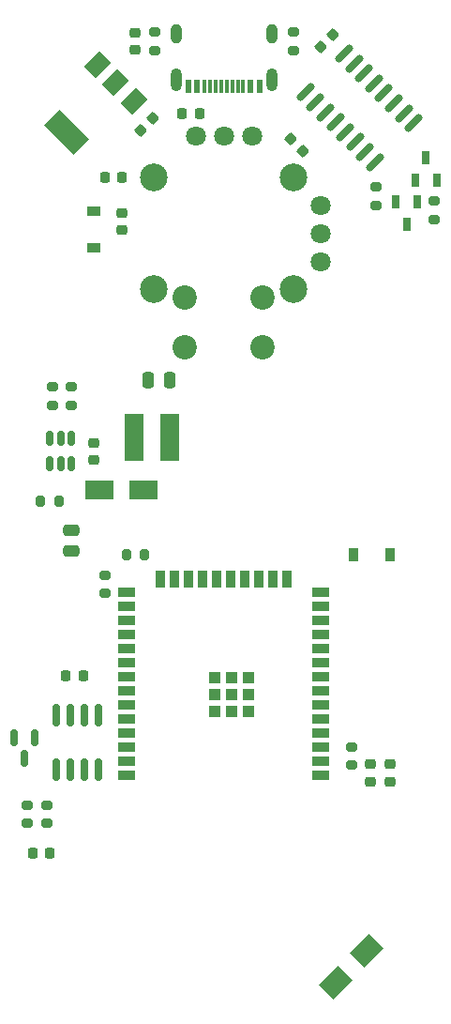
<source format=gbr>
%TF.GenerationSoftware,KiCad,Pcbnew,(6.0.8)*%
%TF.CreationDate,2022-10-07T16:11:38+02:00*%
%TF.ProjectId,bobbycar-emergency-hardware,626f6262-7963-4617-922d-656d65726765,rev?*%
%TF.SameCoordinates,Original*%
%TF.FileFunction,Paste,Top*%
%TF.FilePolarity,Positive*%
%FSLAX46Y46*%
G04 Gerber Fmt 4.6, Leading zero omitted, Abs format (unit mm)*
G04 Created by KiCad (PCBNEW (6.0.8)) date 2022-10-07 16:11:38*
%MOMM*%
%LPD*%
G01*
G04 APERTURE LIST*
G04 Aperture macros list*
%AMRoundRect*
0 Rectangle with rounded corners*
0 $1 Rounding radius*
0 $2 $3 $4 $5 $6 $7 $8 $9 X,Y pos of 4 corners*
0 Add a 4 corners polygon primitive as box body*
4,1,4,$2,$3,$4,$5,$6,$7,$8,$9,$2,$3,0*
0 Add four circle primitives for the rounded corners*
1,1,$1+$1,$2,$3*
1,1,$1+$1,$4,$5*
1,1,$1+$1,$6,$7*
1,1,$1+$1,$8,$9*
0 Add four rect primitives between the rounded corners*
20,1,$1+$1,$2,$3,$4,$5,0*
20,1,$1+$1,$4,$5,$6,$7,0*
20,1,$1+$1,$6,$7,$8,$9,0*
20,1,$1+$1,$8,$9,$2,$3,0*%
%AMRotRect*
0 Rectangle, with rotation*
0 The origin of the aperture is its center*
0 $1 length*
0 $2 width*
0 $3 Rotation angle, in degrees counterclockwise*
0 Add horizontal line*
21,1,$1,$2,0,0,$3*%
G04 Aperture macros list end*
%ADD10RoundRect,0.225000X-0.250000X0.225000X-0.250000X-0.225000X0.250000X-0.225000X0.250000X0.225000X0*%
%ADD11RoundRect,0.225000X0.250000X-0.225000X0.250000X0.225000X-0.250000X0.225000X-0.250000X-0.225000X0*%
%ADD12RoundRect,0.200000X0.275000X-0.200000X0.275000X0.200000X-0.275000X0.200000X-0.275000X-0.200000X0*%
%ADD13R,0.700000X1.250000*%
%ADD14RoundRect,0.250000X0.475000X-0.250000X0.475000X0.250000X-0.475000X0.250000X-0.475000X-0.250000X0*%
%ADD15RoundRect,0.150000X-0.150000X0.587500X-0.150000X-0.587500X0.150000X-0.587500X0.150000X0.587500X0*%
%ADD16RoundRect,0.200000X-0.275000X0.200000X-0.275000X-0.200000X0.275000X-0.200000X0.275000X0.200000X0*%
%ADD17RoundRect,0.150000X-0.150000X0.825000X-0.150000X-0.825000X0.150000X-0.825000X0.150000X0.825000X0*%
%ADD18RoundRect,0.200000X-0.200000X-0.275000X0.200000X-0.275000X0.200000X0.275000X-0.200000X0.275000X0*%
%ADD19R,1.200000X0.900000*%
%ADD20R,1.800000X4.200000*%
%ADD21RoundRect,0.225000X-0.335876X-0.017678X-0.017678X-0.335876X0.335876X0.017678X0.017678X0.335876X0*%
%ADD22RoundRect,0.225000X-0.225000X-0.250000X0.225000X-0.250000X0.225000X0.250000X-0.225000X0.250000X0*%
%ADD23C,1.800000*%
%ADD24C,2.500000*%
%ADD25C,2.200000*%
%ADD26R,0.900000X1.200000*%
%ADD27RoundRect,0.200000X0.200000X0.275000X-0.200000X0.275000X-0.200000X-0.275000X0.200000X-0.275000X0*%
%ADD28O,1.000000X2.100000*%
%ADD29O,1.000000X1.800000*%
%ADD30R,0.600000X1.150000*%
%ADD31R,0.300000X1.150000*%
%ADD32RoundRect,0.150000X-0.150000X0.512500X-0.150000X-0.512500X0.150000X-0.512500X0.150000X0.512500X0*%
%ADD33RoundRect,0.150000X-0.477297X-0.689429X0.689429X0.477297X0.477297X0.689429X-0.689429X-0.477297X0*%
%ADD34RotRect,2.000000X1.500000X225.000000*%
%ADD35RotRect,2.000000X3.800000X225.000000*%
%ADD36RoundRect,0.225000X-0.017678X0.335876X-0.335876X0.017678X0.017678X-0.335876X0.335876X-0.017678X0*%
%ADD37RoundRect,0.225000X0.017678X-0.335876X0.335876X-0.017678X-0.017678X0.335876X-0.335876X0.017678X0*%
%ADD38RoundRect,0.250000X-0.250000X-0.475000X0.250000X-0.475000X0.250000X0.475000X-0.250000X0.475000X0*%
%ADD39R,2.500000X1.800000*%
%ADD40RotRect,2.500000X1.800000X225.000000*%
%ADD41R,1.500000X0.900000*%
%ADD42R,0.900000X1.500000*%
%ADD43R,1.050000X1.050000*%
G04 APERTURE END LIST*
D10*
%TO.C,C6*%
X2000000Y88775000D03*
X2000000Y87225000D03*
%TD*%
D11*
%TO.C,C3*%
X23250000Y21225000D03*
X23250000Y22775000D03*
%TD*%
D12*
%TO.C,R4*%
X-7750000Y17425000D03*
X-7750000Y19075000D03*
%TD*%
D13*
%TO.C,Q2*%
X27300000Y75500000D03*
X29200000Y75500000D03*
X28250000Y77500000D03*
%TD*%
D14*
%TO.C,C8*%
X-3810000Y41976000D03*
X-3810000Y43876000D03*
%TD*%
D15*
%TO.C,D2*%
X-7050000Y25187500D03*
X-8950000Y25187500D03*
X-8000000Y23312500D03*
%TD*%
D16*
%TO.C,R11*%
X29000000Y73575000D03*
X29000000Y71925000D03*
%TD*%
D17*
%TO.C,U1*%
X-1345000Y27225000D03*
X-2615000Y27225000D03*
X-3885000Y27225000D03*
X-5155000Y27225000D03*
X-5155000Y22275000D03*
X-3885000Y22275000D03*
X-2615000Y22275000D03*
X-1345000Y22275000D03*
%TD*%
D18*
%TO.C,R6*%
X-6575000Y46500000D03*
X-4925000Y46500000D03*
%TD*%
D10*
%TO.C,C11*%
X750000Y72525000D03*
X750000Y70975000D03*
%TD*%
D16*
%TO.C,R10*%
X3750000Y88825000D03*
X3750000Y87175000D03*
%TD*%
D19*
%TO.C,D3*%
X-1750000Y69350000D03*
X-1750000Y72650000D03*
%TD*%
D20*
%TO.C,L1*%
X1900000Y52250000D03*
X5100000Y52250000D03*
%TD*%
D12*
%TO.C,R8*%
X-5500000Y55175000D03*
X-5500000Y56825000D03*
%TD*%
D13*
%TO.C,Q1*%
X27450000Y73500000D03*
X25550000Y73500000D03*
X26500000Y71500000D03*
%TD*%
D21*
%TO.C,C14*%
X16051992Y79148008D03*
X17148008Y78051992D03*
%TD*%
D22*
%TO.C,C4*%
X-7275000Y14750000D03*
X-5725000Y14750000D03*
%TD*%
D23*
%TO.C,SW1*%
X18710000Y68132000D03*
X18710000Y70672000D03*
X18710000Y73212000D03*
X12520000Y79402000D03*
X9980000Y79402000D03*
X7440000Y79402000D03*
D24*
X3650000Y75672000D03*
X3650000Y65672000D03*
X16300000Y65672000D03*
X16300000Y75672000D03*
D25*
X6460000Y64882000D03*
X6460000Y60382000D03*
X13460000Y64882000D03*
X13460000Y60382000D03*
%TD*%
D26*
%TO.C,D4*%
X21718000Y41656000D03*
X25018000Y41656000D03*
%TD*%
D27*
%TO.C,R5*%
X2857000Y41656000D03*
X1207000Y41656000D03*
%TD*%
D28*
%TO.C,USBC1*%
X14320000Y84490000D03*
D29*
X14320000Y88670000D03*
X5680000Y88670000D03*
D28*
X5680000Y84490000D03*
D30*
X13200000Y83930000D03*
X12400000Y83930000D03*
D31*
X11250000Y83930000D03*
X10250000Y83930000D03*
X9750000Y83930000D03*
X8750000Y83930000D03*
D30*
X6800000Y83930000D03*
X7600000Y83930000D03*
D31*
X8250000Y83930000D03*
X9250000Y83930000D03*
X10750000Y83930000D03*
X11750000Y83930000D03*
%TD*%
D32*
%TO.C,U4*%
X-3800000Y52137500D03*
X-4750000Y52137500D03*
X-5700000Y52137500D03*
X-5700000Y49862500D03*
X-4750000Y49862500D03*
X-3800000Y49862500D03*
%TD*%
D12*
%TO.C,R7*%
X16250000Y87175000D03*
X16250000Y88825000D03*
%TD*%
%TO.C,R2*%
X-750000Y38175000D03*
X-750000Y39825000D03*
%TD*%
D33*
%TO.C,U5*%
X17356821Y83393000D03*
X18254847Y82494975D03*
X19152872Y81596949D03*
X20050898Y80698924D03*
X20948924Y79800898D03*
X21846949Y78902872D03*
X22744975Y78004847D03*
X23643000Y77106821D03*
X27143179Y80607000D03*
X26245153Y81505025D03*
X25347128Y82403051D03*
X24449102Y83301076D03*
X23551076Y84199102D03*
X22653051Y85097128D03*
X21755025Y85995153D03*
X20857000Y86893179D03*
%TD*%
D22*
%TO.C,C5*%
X6225000Y81500000D03*
X7775000Y81500000D03*
%TD*%
D16*
%TO.C,R3*%
X-6000000Y19075000D03*
X-6000000Y17425000D03*
%TD*%
D34*
%TO.C,U3*%
X1853732Y82601041D03*
D35*
X-4227386Y79772614D03*
D34*
X227386Y84227386D03*
X-1398959Y85853732D03*
%TD*%
D36*
%TO.C,C9*%
X3548008Y81048008D03*
X2451992Y79951992D03*
%TD*%
D11*
%TO.C,C2*%
X25000000Y21225000D03*
X25000000Y22775000D03*
%TD*%
%TO.C,C12*%
X-1750000Y50225000D03*
X-1750000Y51775000D03*
%TD*%
D22*
%TO.C,C7*%
X-775000Y75750000D03*
X775000Y75750000D03*
%TD*%
D37*
%TO.C,C10*%
X18701992Y87451992D03*
X19798008Y88548008D03*
%TD*%
D38*
%TO.C,C13*%
X3180000Y57404000D03*
X5080000Y57404000D03*
%TD*%
D22*
%TO.C,C1*%
X-4275000Y30750000D03*
X-2725000Y30750000D03*
%TD*%
D39*
%TO.C,D5*%
X-1250000Y47500000D03*
X2750000Y47500000D03*
%TD*%
D12*
%TO.C,R12*%
X23750000Y73175000D03*
X23750000Y74825000D03*
%TD*%
%TO.C,R1*%
X21500000Y22675000D03*
X21500000Y24325000D03*
%TD*%
D40*
%TO.C,D1*%
X22914214Y5914214D03*
X20085786Y3085786D03*
%TD*%
D16*
%TO.C,R9*%
X-3750000Y56825000D03*
X-3750000Y55175000D03*
%TD*%
D41*
%TO.C,U2*%
X18750000Y21750000D03*
X18750000Y23020000D03*
X18750000Y24290000D03*
X18750000Y25560000D03*
X18750000Y26830000D03*
X18750000Y28100000D03*
X18750000Y29370000D03*
X18750000Y30640000D03*
X18750000Y31910000D03*
X18750000Y33180000D03*
X18750000Y34450000D03*
X18750000Y35720000D03*
X18750000Y36990000D03*
X18750000Y38260000D03*
D42*
X15710000Y39510000D03*
X14440000Y39510000D03*
X13170000Y39510000D03*
X11900000Y39510000D03*
X10630000Y39510000D03*
X9360000Y39510000D03*
X8090000Y39510000D03*
X6820000Y39510000D03*
X5550000Y39510000D03*
X4280000Y39510000D03*
D41*
X1250000Y38260000D03*
X1250000Y36990000D03*
X1250000Y35720000D03*
X1250000Y34450000D03*
X1250000Y33180000D03*
X1250000Y31910000D03*
X1250000Y30640000D03*
X1250000Y29370000D03*
X1250000Y28100000D03*
X1250000Y26830000D03*
X1250000Y25560000D03*
X1250000Y24290000D03*
X1250000Y23020000D03*
X1250000Y21750000D03*
D43*
X12205000Y30615000D03*
X9155000Y27565000D03*
X12205000Y27565000D03*
X10680000Y29090000D03*
X9155000Y30615000D03*
X10680000Y30615000D03*
X10680000Y27565000D03*
X12205000Y29090000D03*
X9155000Y29090000D03*
%TD*%
M02*

</source>
